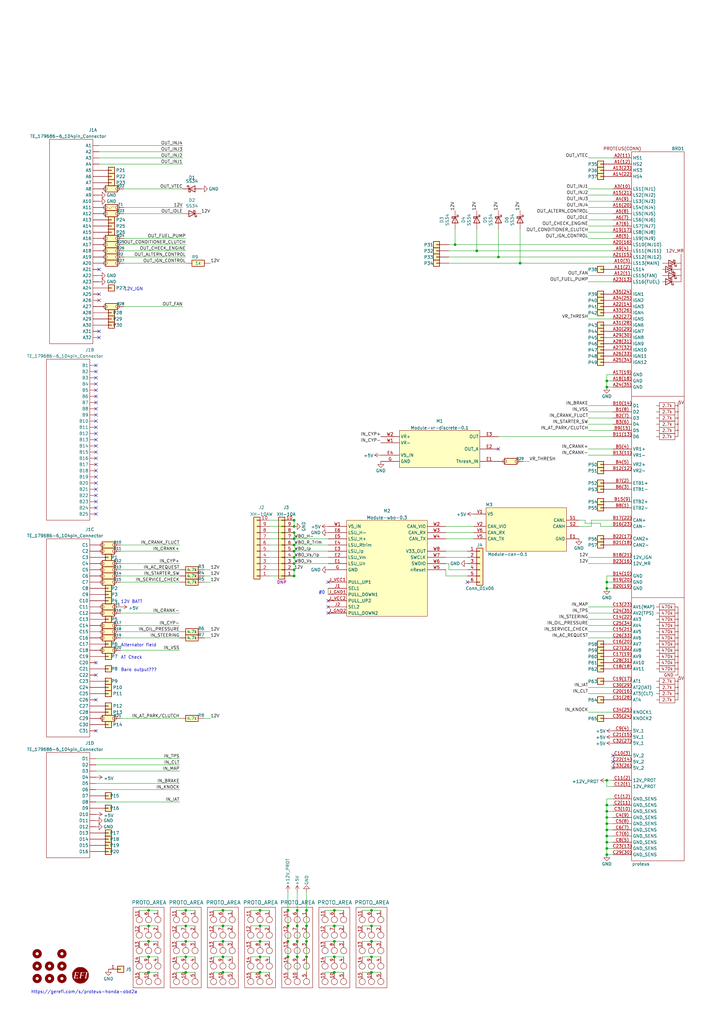
<source format=kicad_sch>
(kicad_sch (version 20210621) (generator eeschema)
  (paper "A3" portrait)
  (title_block (title "proteusOBD2Ahonda") (date "2021-11-05") (rev "a") (company "gerefi"))
  (junction (at 121.92 392.43))
  (junction (at 125.73 386.08))
  (junction (at 137.16 379.73))
  (junction (at 248.92 330.2))
  (junction (at 137.16 398.78))
  (junction (at 76.2 373.38))
  (junction (at 76.2 379.73))
  (junction (at 248.92 238.76))
  (junction (at 106.68 373.38))
  (junction (at 60.96 392.43))
  (junction (at 248.92 156.21))
  (junction (at 186.69 100.33))
  (junction (at 152.4 379.73))
  (junction (at 137.16 373.38))
  (junction (at 106.68 392.43))
  (junction (at 125.73 373.38))
  (junction (at 106.68 379.73))
  (junction (at 248.92 342.9))
  (junction (at 120.65 228.6))
  (junction (at 248.92 350.52))
  (junction (at 60.96 379.73))
  (junction (at 137.16 386.08))
  (junction (at 213.36 107.95))
  (junction (at 91.44 392.43))
  (junction (at 137.16 392.43))
  (junction (at 121.92 373.38))
  (junction (at 125.73 392.43))
  (junction (at 121.92 379.73))
  (junction (at 76.2 386.08))
  (junction (at 152.4 392.43))
  (junction (at 248.92 340.36))
  (junction (at 118.11 386.08))
  (junction (at 248.92 241.3))
  (junction (at 248.92 337.82))
  (junction (at 152.4 373.38))
  (junction (at 120.65 231.14))
  (junction (at 152.4 386.08))
  (junction (at 248.92 345.44))
  (junction (at 120.65 236.22))
  (junction (at 118.11 379.73))
  (junction (at 91.44 379.73))
  (junction (at 76.2 392.43))
  (junction (at 152.4 398.78))
  (junction (at 60.96 373.38))
  (junction (at 91.44 398.78))
  (junction (at 248.92 335.28))
  (junction (at 106.68 386.08))
  (junction (at 120.65 223.52))
  (junction (at 106.68 398.78))
  (junction (at 120.65 213.36))
  (junction (at 91.44 386.08))
  (junction (at 76.2 398.78))
  (junction (at 248.92 332.74))
  (junction (at 248.92 158.75))
  (junction (at 204.47 105.41))
  (junction (at 248.92 347.98))
  (junction (at 91.44 373.38))
  (junction (at 120.65 220.98))
  (junction (at 60.96 398.78))
  (junction (at 248.92 320.04))
  (junction (at 121.92 386.08))
  (junction (at 118.11 392.43))
  (junction (at 118.11 373.38))
  (junction (at 120.65 233.68))
  (junction (at 195.58 102.87))
  (junction (at 60.96 386.08))
  (junction (at 125.73 379.73))
  (junction (at 120.65 215.9))
  (junction (at 120.65 218.44))
  (junction (at 120.65 226.06))
  (no_connect (at 40.64 110.49))
  (no_connect (at 39.37 276.86))
  (no_connect (at 134.62 248.92))
  (no_connect (at 39.37 205.74))
  (no_connect (at 39.37 208.28))
  (no_connect (at 39.37 210.82))
  (no_connect (at 39.37 198.12))
  (no_connect (at 39.37 200.66))
  (no_connect (at 39.37 203.2))
  (no_connect (at 40.64 135.89))
  (no_connect (at 40.64 138.43))
  (no_connect (at 40.64 123.19))
  (no_connect (at 40.64 120.65))
  (no_connect (at 39.37 271.78))
  (no_connect (at 39.37 287.02))
  (no_connect (at 134.62 251.46))
  (no_connect (at 251.46 309.88))
  (no_connect (at 251.46 312.42))
  (no_connect (at 251.46 314.96))
  (no_connect (at 204.47 184.15))
  (no_connect (at 134.62 238.76))
  (no_connect (at 39.37 162.56))
  (no_connect (at 39.37 165.1))
  (no_connect (at 39.37 167.64))
  (no_connect (at 39.37 170.18))
  (no_connect (at 39.37 172.72))
  (no_connect (at 39.37 175.26))
  (no_connect (at 39.37 177.8))
  (no_connect (at 39.37 180.34))
  (no_connect (at 39.37 182.88))
  (no_connect (at 39.37 185.42))
  (no_connect (at 39.37 149.86))
  (no_connect (at 39.37 152.4))
  (no_connect (at 39.37 154.94))
  (no_connect (at 39.37 157.48))
  (no_connect (at 39.37 160.02))
  (no_connect (at 39.37 187.96))
  (no_connect (at 39.37 190.5))
  (no_connect (at 39.37 193.04))
  (no_connect (at 39.37 195.58))
  (no_connect (at 134.62 246.38))
  (no_connect (at 39.37 299.72))
  (no_connect (at 191.77 238.76))
  (wire (pts (xy 40.64 67.31) (xy 74.93 67.31)))
  (wire (pts (xy 50.8 97.79) (xy 76.2 97.79)))
  (wire (pts (xy 49.53 236.22) (xy 73.66 236.22)))
  (wire (pts (xy 186.69 100.33) (xy 251.46 100.33)))
  (wire (pts (xy 184.15 100.33) (xy 186.69 100.33)))
  (wire (pts (xy 182.88 226.06) (xy 191.77 226.06)))
  (wire (pts (xy 137.16 398.78) (xy 140.97 398.78)))
  (wire (pts (xy 60.96 379.73) (xy 64.77 379.73)))
  (wire (pts (xy 241.3 231.14) (xy 251.46 231.14)))
  (wire (pts (xy 49.53 226.06) (xy 73.66 226.06)))
  (wire (pts (xy 102.87 398.78) (xy 106.68 398.78)))
  (wire (pts (xy 120.65 223.52) (xy 134.62 223.52)))
  (wire (pts (xy 50.8 87.63) (xy 74.93 87.63)))
  (wire (pts (xy 182.88 218.44) (xy 194.31 218.44)))
  (wire (pts (xy 213.36 93.98) (xy 213.36 107.95)))
  (wire (pts (xy 125.73 392.43) (xy 125.73 398.78)))
  (wire (pts (xy 152.4 398.78) (xy 156.21 398.78)))
  (wire (pts (xy 106.68 379.73) (xy 110.49 379.73)))
  (wire (pts (xy 248.92 156.21) (xy 251.46 156.21)))
  (wire (pts (xy 241.3 284.48) (xy 251.46 284.48)))
  (wire (pts (xy 86.36 233.68) (xy 83.82 233.68)))
  (wire (pts (xy 248.92 236.22) (xy 248.92 238.76)))
  (wire (pts (xy 248.92 238.76) (xy 248.92 241.3)))
  (wire (pts (xy 120.65 213.36) (xy 120.65 215.9)))
  (wire (pts (xy 248.92 340.36) (xy 251.46 340.36)))
  (wire (pts (xy 125.73 379.73) (xy 125.73 386.08)))
  (wire (pts (xy 40.64 64.77) (xy 74.93 64.77)))
  (wire (pts (xy 133.35 386.08) (xy 137.16 386.08)))
  (wire (pts (xy 50.8 102.87) (xy 76.2 102.87)))
  (wire (pts (xy 76.2 398.78) (xy 80.01 398.78)))
  (wire (pts (xy 242.57 215.9) (xy 242.57 213.36)))
  (wire (pts (xy 242.57 213.36) (xy 251.46 213.36)))
  (wire (pts (xy 237.49 215.9) (xy 242.57 215.9)))
  (wire (pts (xy 50.8 105.41) (xy 76.2 105.41)))
  (wire (pts (xy 240.03 214.63) (xy 246.38 214.63)))
  (wire (pts (xy 246.38 214.63) (xy 246.38 215.9)))
  (wire (pts (xy 246.38 215.9) (xy 251.46 215.9)))
  (wire (pts (xy 237.49 213.36) (xy 240.03 213.36)))
  (wire (pts (xy 240.03 213.36) (xy 240.03 214.63)))
  (wire (pts (xy 152.4 386.08) (xy 156.21 386.08)))
  (wire (pts (xy 102.87 386.08) (xy 106.68 386.08)))
  (wire (pts (xy 49.53 294.64) (xy 73.66 294.64)))
  (wire (pts (xy 91.44 386.08) (xy 95.25 386.08)))
  (wire (pts (xy 182.88 215.9) (xy 194.31 215.9)))
  (wire (pts (xy 248.92 153.67) (xy 248.92 156.21)))
  (wire (pts (xy 248.92 156.21) (xy 248.92 158.75)))
  (wire (pts (xy 204.47 179.07) (xy 251.46 179.07)))
  (wire (pts (xy 152.4 379.73) (xy 156.21 379.73)))
  (wire (pts (xy 86.36 238.76) (xy 83.82 238.76)))
  (wire (pts (xy 241.3 281.94) (xy 251.46 281.94)))
  (wire (pts (xy 248.92 332.74) (xy 251.46 332.74)))
  (wire (pts (xy 248.92 320.04) (xy 251.46 320.04)))
  (wire (pts (xy 49.53 266.7) (xy 73.66 266.7)))
  (wire (pts (xy 86.36 261.62) (xy 83.82 261.62)))
  (wire (pts (xy 57.15 379.73) (xy 60.96 379.73)))
  (wire (pts (xy 182.88 231.14) (xy 184.15 231.14)))
  (wire (pts (xy 86.36 236.22) (xy 83.82 236.22)))
  (wire (pts (xy 248.92 342.9) (xy 251.46 342.9)))
  (wire (pts (xy 241.3 168.91) (xy 251.46 168.91)))
  (wire (pts (xy 121.92 386.08) (xy 121.92 392.43)))
  (wire (pts (xy 241.3 166.37) (xy 251.46 166.37)))
  (wire (pts (xy 248.92 158.75) (xy 251.46 158.75)))
  (wire (pts (xy 72.39 379.73) (xy 76.2 379.73)))
  (wire (pts (xy 110.49 220.98) (xy 120.65 220.98)))
  (wire (pts (xy 60.96 386.08) (xy 64.77 386.08)))
  (wire (pts (xy 137.16 373.38) (xy 140.97 373.38)))
  (wire (pts (xy 120.65 233.68) (xy 120.65 236.22)))
  (wire (pts (xy 204.47 93.98) (xy 204.47 105.41)))
  (wire (pts (xy 248.92 322.58) (xy 251.46 322.58)))
  (wire (pts (xy 248.92 345.44) (xy 251.46 345.44)))
  (wire (pts (xy 120.65 218.44) (xy 120.65 220.98)))
  (wire (pts (xy 148.59 392.43) (xy 152.4 392.43)))
  (wire (pts (xy 118.11 392.43) (xy 118.11 398.78)))
  (wire (pts (xy 120.65 220.98) (xy 134.62 220.98)))
  (wire (pts (xy 87.63 392.43) (xy 91.44 392.43)))
  (wire (pts (xy 110.49 215.9) (xy 120.65 215.9)))
  (wire (pts (xy 241.3 115.57) (xy 251.46 115.57)))
  (wire (pts (xy 248.92 236.22) (xy 251.46 236.22)))
  (wire (pts (xy 133.35 398.78) (xy 137.16 398.78)))
  (wire (pts (xy 248.92 238.76) (xy 251.46 238.76)))
  (wire (pts (xy 120.65 226.06) (xy 134.62 226.06)))
  (wire (pts (xy 241.3 256.54) (xy 251.46 256.54)))
  (wire (pts (xy 50.8 107.95) (xy 76.2 107.95)))
  (wire (pts (xy 241.3 90.17) (xy 251.46 90.17)))
  (wire (pts (xy 204.47 105.41) (xy 251.46 105.41)))
  (wire (pts (xy 184.15 105.41) (xy 204.47 105.41)))
  (wire (pts (xy 91.44 373.38) (xy 95.25 373.38)))
  (wire (pts (xy 241.3 261.62) (xy 251.46 261.62)))
  (wire (pts (xy 214.63 189.23) (xy 217.17 189.23)))
  (wire (pts (xy 50.8 85.09) (xy 74.93 85.09)))
  (wire (pts (xy 110.49 233.68) (xy 120.65 233.68)))
  (wire (pts (xy 39.37 321.31) (xy 73.66 321.31)))
  (wire (pts (xy 184.15 231.14) (xy 184.15 233.68)))
  (wire (pts (xy 106.68 386.08) (xy 110.49 386.08)))
  (wire (pts (xy 213.36 107.95) (xy 251.46 107.95)))
  (wire (pts (xy 184.15 107.95) (xy 213.36 107.95)))
  (wire (pts (xy 121.92 379.73) (xy 121.92 386.08)))
  (wire (pts (xy 248.92 327.66) (xy 251.46 327.66)))
  (wire (pts (xy 121.92 365.76) (xy 121.92 373.38)))
  (wire (pts (xy 125.73 386.08) (xy 125.73 392.43)))
  (wire (pts (xy 241.3 228.6) (xy 251.46 228.6)))
  (wire (pts (xy 241.3 171.45) (xy 251.46 171.45)))
  (wire (pts (xy 241.3 248.92) (xy 251.46 248.92)))
  (wire (pts (xy 106.68 373.38) (xy 110.49 373.38)))
  (wire (pts (xy 72.39 392.43) (xy 76.2 392.43)))
  (wire (pts (xy 49.53 233.68) (xy 73.66 233.68)))
  (wire (pts (xy 137.16 386.08) (xy 140.97 386.08)))
  (wire (pts (xy 49.53 256.54) (xy 73.66 256.54)))
  (wire (pts (xy 39.37 313.69) (xy 73.66 313.69)))
  (wire (pts (xy 182.88 236.22) (xy 191.77 236.22)))
  (wire (pts (xy 57.15 392.43) (xy 60.96 392.43)))
  (wire (pts (xy 241.3 85.09) (xy 251.46 85.09)))
  (wire (pts (xy 125.73 373.38) (xy 125.73 379.73)))
  (wire (pts (xy 87.63 379.73) (xy 91.44 379.73)))
  (wire (pts (xy 50.8 125.73) (xy 74.93 125.73)))
  (wire (pts (xy 134.62 241.3) (xy 134.62 243.84)))
  (wire (pts (xy 110.49 231.14) (xy 120.65 231.14)))
  (wire (pts (xy 118.11 379.73) (xy 118.11 386.08)))
  (wire (pts (xy 148.59 386.08) (xy 152.4 386.08)))
  (wire (pts (xy 248.92 153.67) (xy 251.46 153.67)))
  (wire (pts (xy 241.3 97.79) (xy 251.46 97.79)))
  (wire (pts (xy 102.87 373.38) (xy 106.68 373.38)))
  (wire (pts (xy 39.37 328.93) (xy 73.66 328.93)))
  (wire (pts (xy 49.53 261.62) (xy 73.66 261.62)))
  (wire (pts (xy 76.2 386.08) (xy 80.01 386.08)))
  (wire (pts (xy 60.96 373.38) (xy 64.77 373.38)))
  (wire (pts (xy 241.3 186.69) (xy 251.46 186.69)))
  (wire (pts (xy 148.59 379.73) (xy 152.4 379.73)))
  (wire (pts (xy 86.36 259.08) (xy 83.82 259.08)))
  (wire (pts (xy 118.11 373.38) (xy 118.11 379.73)))
  (wire (pts (xy 241.3 259.08) (xy 251.46 259.08)))
  (wire (pts (xy 39.37 311.15) (xy 73.66 311.15)))
  (wire (pts (xy 87.63 373.38) (xy 91.44 373.38)))
  (wire (pts (xy 125.73 365.76) (xy 125.73 373.38)))
  (wire (pts (xy 248.92 330.2) (xy 251.46 330.2)))
  (wire (pts (xy 241.3 251.46) (xy 251.46 251.46)))
  (wire (pts (xy 49.53 259.08) (xy 73.66 259.08)))
  (wire (pts (xy 241.3 254) (xy 251.46 254)))
  (wire (pts (xy 110.49 236.22) (xy 120.65 236.22)))
  (wire (pts (xy 76.2 379.73) (xy 80.01 379.73)))
  (wire (pts (xy 76.2 373.38) (xy 80.01 373.38)))
  (wire (pts (xy 248.92 320.04) (xy 248.92 322.58)))
  (wire (pts (xy 195.58 93.98) (xy 195.58 102.87)))
  (wire (pts (xy 241.3 92.71) (xy 251.46 92.71)))
  (wire (pts (xy 137.16 379.73) (xy 140.97 379.73)))
  (wire (pts (xy 133.35 373.38) (xy 137.16 373.38)))
  (wire (pts (xy 182.88 233.68) (xy 182.88 236.22)))
  (wire (pts (xy 248.92 350.52) (xy 251.46 350.52)))
  (wire (pts (xy 241.3 82.55) (xy 251.46 82.55)))
  (wire (pts (xy 110.49 228.6) (xy 120.65 228.6)))
  (wire (pts (xy 40.64 62.23) (xy 74.93 62.23)))
  (wire (pts (xy 195.58 102.87) (xy 251.46 102.87)))
  (wire (pts (xy 184.15 102.87) (xy 195.58 102.87)))
  (wire (pts (xy 120.65 231.14) (xy 134.62 231.14)))
  (wire (pts (xy 241.3 113.03) (xy 251.46 113.03)))
  (wire (pts (xy 57.15 398.78) (xy 60.96 398.78)))
  (wire (pts (xy 152.4 373.38) (xy 156.21 373.38)))
  (wire (pts (xy 57.15 386.08) (xy 60.96 386.08)))
  (wire (pts (xy 182.88 220.98) (xy 194.31 220.98)))
  (wire (pts (xy 60.96 398.78) (xy 64.77 398.78)))
  (wire (pts (xy 76.2 392.43) (xy 80.01 392.43)))
  (wire (pts (xy 148.59 373.38) (xy 152.4 373.38)))
  (wire (pts (xy 102.87 392.43) (xy 106.68 392.43)))
  (wire (pts (xy 39.37 323.85) (xy 73.66 323.85)))
  (wire (pts (xy 110.49 213.36) (xy 120.65 213.36)))
  (wire (pts (xy 49.53 251.46) (xy 73.66 251.46)))
  (wire (pts (xy 110.49 218.44) (xy 120.65 218.44)))
  (wire (pts (xy 49.53 231.14) (xy 73.66 231.14)))
  (wire (pts (xy 241.3 292.1) (xy 251.46 292.1)))
  (wire (pts (xy 241.3 77.47) (xy 251.46 77.47)))
  (wire (pts (xy 182.88 228.6) (xy 191.77 228.6)))
  (wire (pts (xy 86.36 294.64) (xy 83.82 294.64)))
  (wire (pts (xy 120.65 228.6) (xy 134.62 228.6)))
  (wire (pts (xy 72.39 386.08) (xy 76.2 386.08)))
  (wire (pts (xy 91.44 398.78) (xy 95.25 398.78)))
  (wire (pts (xy 241.3 176.53) (xy 251.46 176.53)))
  (wire (pts (xy 133.35 392.43) (xy 137.16 392.43)))
  (wire (pts (xy 110.49 223.52) (xy 120.65 223.52)))
  (wire (pts (xy 184.15 233.68) (xy 191.77 233.68)))
  (wire (pts (xy 57.15 373.38) (xy 60.96 373.38)))
  (wire (pts (xy 49.53 238.76) (xy 73.66 238.76)))
  (wire (pts (xy 106.68 392.43) (xy 110.49 392.43)))
  (wire (pts (xy 118.11 365.76) (xy 118.11 373.38)))
  (wire (pts (xy 87.63 398.78) (xy 91.44 398.78)))
  (wire (pts (xy 241.3 87.63) (xy 251.46 87.63)))
  (wire (pts (xy 121.92 373.38) (xy 121.92 379.73)))
  (wire (pts (xy 60.96 392.43) (xy 64.77 392.43)))
  (wire (pts (xy 186.69 93.98) (xy 186.69 100.33)))
  (wire (pts (xy 148.59 398.78) (xy 152.4 398.78)))
  (wire (pts (xy 152.4 392.43) (xy 156.21 392.43)))
  (wire (pts (xy 241.3 80.01) (xy 251.46 80.01)))
  (wire (pts (xy 241.3 95.25) (xy 251.46 95.25)))
  (wire (pts (xy 50.8 100.33) (xy 76.2 100.33)))
  (wire (pts (xy 248.92 332.74) (xy 248.92 335.28)))
  (wire (pts (xy 248.92 347.98) (xy 248.92 350.52)))
  (wire (pts (xy 248.92 340.36) (xy 248.92 342.9)))
  (wire (pts (xy 248.92 335.28) (xy 248.92 337.82)))
  (wire (pts (xy 248.92 337.82) (xy 248.92 340.36)))
  (wire (pts (xy 248.92 342.9) (xy 248.92 345.44)))
  (wire (pts (xy 248.92 345.44) (xy 248.92 347.98)))
  (wire (pts (xy 248.92 327.66) (xy 248.92 330.2)))
  (wire (pts (xy 248.92 330.2) (xy 248.92 332.74)))
  (wire (pts (xy 50.8 77.47) (xy 74.93 77.47)))
  (wire (pts (xy 106.68 398.78) (xy 110.49 398.78)))
  (wire (pts (xy 72.39 373.38) (xy 76.2 373.38)))
  (wire (pts (xy 102.87 379.73) (xy 106.68 379.73)))
  (wire (pts (xy 121.92 392.43) (xy 121.92 398.78)))
  (wire (pts (xy 91.44 392.43) (xy 95.25 392.43)))
  (wire (pts (xy 39.37 316.23) (xy 73.66 316.23)))
  (wire (pts (xy 118.11 386.08) (xy 118.11 392.43)))
  (wire (pts (xy 248.92 241.3) (xy 251.46 241.3)))
  (wire (pts (xy 241.3 184.15) (xy 251.46 184.15)))
  (wire (pts (xy 248.92 337.82) (xy 251.46 337.82)))
  (wire (pts (xy 49.53 223.52) (xy 73.66 223.52)))
  (wire (pts (xy 87.63 386.08) (xy 91.44 386.08)))
  (wire (pts (xy 241.3 130.81) (xy 251.46 130.81)))
  (wire (pts (xy 241.3 64.77) (xy 251.46 64.77)))
  (wire (pts (xy 72.39 398.78) (xy 76.2 398.78)))
  (wire (pts (xy 91.44 379.73) (xy 95.25 379.73)))
  (wire (pts (xy 248.92 335.28) (xy 251.46 335.28)))
  (wire (pts (xy 137.16 392.43) (xy 140.97 392.43)))
  (wire (pts (xy 133.35 379.73) (xy 137.16 379.73)))
  (wire (pts (xy 110.49 226.06) (xy 120.65 226.06)))
  (wire (pts (xy 241.3 173.99) (xy 251.46 173.99)))
  (wire (pts (xy 248.92 347.98) (xy 251.46 347.98)))
  (wire (pts (xy 40.64 59.69) (xy 74.93 59.69)))
  (text "Alternator field" (at 49.53 265.43 0) (effects (font (size 1.27 1.27)) (justify left bottom)))
  (text "Baro output???" (at 49.53 275.59 0) (effects (font (size 1.27 1.27)) (justify left bottom)))
  (text "12V_IGN" (at 50.8 119.38 0) (effects (font (size 1.27 1.27)) (justify left bottom)))
  (text "https://gerefi.com/s/proteus-honda-obd2a" (at 12.7 407.67 0) (effects (font (size 1.27 1.27)) (justify left bottom)))
  (text "12V BATT" (at 49.53 247.65 0) (effects (font (size 1.27 1.27)) (justify left bottom)))
  (text "#0" (at 133.35 243.84 180) (effects (font (size 1.27 1.27)) (justify right bottom)))
  (text "AT Check" (at 49.53 270.51 0) (effects (font (size 1.27 1.27)) (justify left bottom)))
  (label "12V" (at 86.36 259.08 0))
  (label "IN_IAT" (at 241.3 281.94 180))
  (label "12V" (at 86.36 233.68 0))
  (label "IN_CRANK+" (at 73.66 226.06 180))
  (label "IN_STARTER_SW" (at 73.66 236.22 180))
  (label "IN_CLT" (at 241.3 284.48 180))
  (label "WBO_Ip" (at 120.65 226.06 0))
  (label "IN_CYP-" (at 156.21 181.61 180))
  (label "12V" (at 74.93 85.09 180))
  (label "12V" (at 86.36 238.76 0))
  (label "12V" (at 186.69 86.36 90))
  (label "12V" (at 86.36 107.95 0))
  (label "12V" (at 82.55 87.63 0))
  (label "IN_AT_PARK{slash}CLUTCH" (at 241.3 176.53 180))
  (label "IN_CRANK_FLUCT" (at 241.3 171.45 180))
  (label "12V" (at 86.36 294.64 0))
  (label "IN_CRANK-" (at 73.66 251.46 180))
  (label "OUT_IGN_CONTROL" (at 241.3 97.79 180))
  (label "IN_IAT" (at 73.66 328.93 180))
  (label "OUT_INJ1" (at 241.3 77.47 180))
  (label "IN_KNOCK" (at 241.3 292.1 180))
  (label "12V" (at 86.36 236.22 0))
  (label "WBO_H-" (at 120.65 220.98 0))
  (label "12V" (at 195.58 86.36 90))
  (label "IN_AC_REQUEST" (at 73.66 233.68 180))
  (label "IN_CLT" (at 73.66 313.69 180))
  (label "OUT_FUEL_PUMP" (at 241.3 115.57 180))
  (label "IN_STEERING" (at 241.3 254 180))
  (label "12V" (at 120.65 233.68 0))
  (label "OUT_INJ2" (at 74.93 64.77 180))
  (label "OUT_CHECK_ENGINE" (at 76.2 102.87 180))
  (label "VR_THRESH" (at 217.17 189.23 0))
  (label "OUT_FAN" (at 74.93 125.73 180))
  (label "OUT_CONDITIONER_CLUTCH" (at 241.3 95.25 180))
  (label "IN_MAP" (at 241.3 248.92 180))
  (label "IN_VSS" (at 241.3 168.91 180))
  (label "OUT_INJ3" (at 241.3 82.55 180))
  (label "OUT_FUEL_PUMP" (at 76.2 97.79 180))
  (label "OUT_CHECK_ENGINE" (at 241.3 92.71 180))
  (label "IN_AC_REQUEST" (at 241.3 261.62 180))
  (label "OUT_FAN" (at 241.3 113.03 180))
  (label "IN_CYP+" (at 156.21 179.07 180))
  (label "IN_CRANK_FLUCT" (at 73.66 223.52 180))
  (label "WBO_Vs" (at 120.65 231.14 0))
  (label "IN_TPS" (at 73.66 311.15 180))
  (label "IN_CYP-" (at 73.66 256.54 180))
  (label "WBO_Vs{slash}Ip" (at 120.65 228.6 0))
  (label "IN_CRANK-" (at 241.3 186.69 180))
  (label "OUT_INJ4" (at 241.3 85.09 180))
  (label "IN_AT_PARK{slash}CLUTCH" (at 73.66 294.64 180))
  (label "IN_SERVICE_CHECK" (at 73.66 238.76 180))
  (label "OUT_ALTERN_CONTROL" (at 241.3 87.63 180))
  (label "12V" (at 204.47 86.36 90))
  (label "OUT_ALTERN_CONTROL" (at 76.2 105.41 180))
  (label "IN_SERVICE_CHECK" (at 241.3 259.08 180))
  (label "OUT_INJ2" (at 241.3 80.01 180))
  (label "12V" (at 241.3 228.6 180))
  (label "12V" (at 241.3 231.14 180))
  (label "IN_MAP" (at 73.66 316.23 180))
  (label "IN_OIL_PRESSURE" (at 241.3 256.54 180))
  (label "OUT_IGN_CONTROL" (at 76.2 107.95 180))
  (label "IN_STEERING" (at 73.66 261.62 180))
  (label "IN_TPS" (at 241.3 251.46 180))
  (label "OUT_CONDITIONER_CLUTCH" (at 76.2 100.33 180))
  (label "12V" (at 86.36 261.62 0))
  (label "OUT_VTEC" (at 241.3 64.77 180))
  (label "12V" (at 213.36 86.36 90))
  (label "IN_OIL_PRESSURE" (at 73.66 259.08 180))
  (label "VR_THRESH" (at 241.3 130.81 180))
  (label "OUT_IDLE" (at 74.93 87.63 180))
  (label "IN_KNOCK" (at 73.66 323.85 180))
  (label "IN_CRANK+" (at 241.3 184.15 180))
  (label "OUT_INJ3" (at 74.93 62.23 180))
  (label "WBO_R_Trim" (at 120.65 223.52 0))
  (label "IN_CYP+" (at 73.66 231.14 180))
  (label "IN_BRAKE" (at 241.3 166.37 180))
  (label "IN_BRAKE" (at 73.66 321.31 180))
  (label "OUT_IDLE" (at 241.3 90.17 180))
  (label "IN_VSS" (at 73.66 266.7 180))
  (label "OUT_INJ4" (at 74.93 59.69 180))
  (label "OUT_INJ1" (at 74.93 67.31 180))
  (label "OUT_VTEC" (at 74.93 77.47 180))
  (label "IN_STARTER_SW" (at 241.3 173.99 180))
  (symbol (lib_id "hellen-one-common:Pad") (at 246.38 271.78 180) (unit 1)
    (property "Reference" "P61" (at 243.1415 271.8584 0))
    (property "Value" "Pad" (effects hide))
    (property "Footprint" "hellen-one-common:PAD-TH" (effects hide))
  )
  (symbol (lib_id "proteus:proteus") (at 259.08 62.23 0) (unit 1)
    (property "Reference" "BRD1" (at 278.13 60.96 0))
    (property "Value" "proteus" (at 262.89 354.33 0))
    (property "Footprint" "kicad6-libraries:proteus" (effects hide))
  )
  (symbol (lib_id "hellen-one-common:PROTO_AREA") (at 110.49 372.11 270) (unit 1)
    (property "Reference" "G5" (effects hide))
    (property "Value" "PROTO_AREA" (at 99.6855 370.1463 90) (effects (font (size 1.524 1.524)) (justify left)))
    (property "Footprint" "hellen-one-common:PROTO_AREA" (effects hide))
  )
  (symbol (lib_id "hellen-one-common:Jumper-Pad-Pad") (at 45.72 125.73 0) (unit 1)
    (property "Reference" "R28" (at 49.53 124.5989 0) (effects (font (size 1.016 1.016))))
    (property "Value" "Jumper-Pad-Pad" (effects hide))
    (property "Footprint" "hellen-one-common:PAD-0805-PAD" (effects hide))
    (property "LCSC" "C17477" (effects hide))
  )
  (symbol (lib_id "Device:D_Schottky") (at 204.47 90.17 270) (unit 1)
    (property "Reference" "D5" (at 198.9836 90.17 0))
    (property "Value" "SS34" (at 201.295 90.17 0))
    (property "Footprint" "Diode_SMD:D_SMA" (effects hide))
    (property "LCSC" "C8678" (effects hide))
    (property "LCSC_ext" "0" (effects hide))
  )
  (symbol (lib_id "hellen-one-common:Pad") (at 246.38 135.89 180) (unit 1)
    (property "Reference" "P44" (at 243.1415 135.9684 0))
    (property "Value" "Pad" (effects hide))
    (property "Footprint" "hellen-one-common:PAD-TH" (effects hide))
  )
  (symbol (lib_id "hellen-one-common:Pad") (at 44.45 228.6 0) (unit 1)
    (property "Reference" "P1" (at 46.99 228.6 0))
    (property "Value" "Pad" (effects hide))
    (property "Footprint" "hellen-one-common:PAD-TH" (effects hide))
  )
  (symbol (lib_id "Mechanical:MountingHole") (at 20.32 401.32 0) (unit 1)
    (property "Reference" "H5" (effects hide))
    (property "Value" "MountingHole" (effects hide))
    (property "Footprint" "MountingHole:MountingHole_4.3mm_M4" (effects hide))
  )
  (symbol (lib_id "hellen-one-common:Pad") (at 44.45 344.17 0) (unit 1)
    (property "Reference" "P18" (at 46.99 344.17 0))
    (property "Value" "Pad" (effects hide))
    (property "Footprint" "hellen-one-common:PAD-TH" (effects hide))
  )
  (symbol (lib_id "Connector_Generic:Conn_01x10") (at 115.57 226.06 180) (unit 1) (in_bom no) (on_board no)
    (property "Reference" "J3" (at 117.4115 208.1234 0))
    (property "Value" "XH-10A" (at 117.4115 210.8985 0))
    (property "Footprint" "Connector_JST:JST_XH_B10B-XH-A_1x10_P2.50mm_Vertical" (effects hide))
    (property "LCSC" "C8885" (effects hide))
    (property "MyComment" "DNP" (at 115.57 238.76 0))
  )
  (symbol (lib_id "hellen-one-common:PROTO_AREA") (at 140.97 372.11 270) (unit 1)
    (property "Reference" "G7" (effects hide))
    (property "Value" "PROTO_AREA" (at 130.1655 370.1463 90) (effects (font (size 1.524 1.524)) (justify left)))
    (property "Footprint" "hellen-one-common:PROTO_AREA" (effects hide))
  )
  (symbol (lib_id "TE_179686-6_104pin_Connector:TE_179686-6_104pin_Connector") (at 38.1 57.15 0) (mirror y) (unit 1)
    (property "Reference" "J1" (at 38.1 53.34 0))
    (property "Value" "TE_179686-6_104pin_Connector" (at 27.94 55.88 0))
    (property "Footprint" "kicad6-libraries:TE_179686-6_104pin_Connector" (effects hide))
  )
  (symbol (lib_id "power:+5V") (at 251.46 302.26 90) (unit 1)
    (property "Reference" "#PWR0107" (effects hide))
    (property "Value" "+5V" (at 244.3711 302.429 90) (effects (justify right)))
  )
  (symbol (lib_id "hellen-one-common:Jumper-Pad-Pad") (at 44.45 251.46 0) (unit 1)
    (property "Reference" "R16" (at 48.26 250.3289 0) (effects (font (size 1.016 1.016))))
    (property "Value" "Jumper-Pad-Pad" (effects hide))
    (property "Footprint" "hellen-one-common:PAD-0805-PAD" (effects hide))
    (property "LCSC" "C17477" (effects hide))
  )
  (symbol (lib_id "hellen-one-common:Pad") (at 45.72 72.39 0) (unit 1)
    (property "Reference" "P22" (at 49.53 72.39 0))
    (property "Value" "Pad" (effects hide))
    (property "Footprint" "hellen-one-common:PAD-TH" (effects hide))
  )
  (symbol (lib_id "hellen-one-common:Pad") (at 246.38 193.04 180) (unit 1)
    (property "Reference" "P51" (at 243.1415 193.1184 0))
    (property "Value" "Pad" (effects hide))
    (property "Footprint" "hellen-one-common:PAD-TH" (effects hide))
  )
  (symbol (lib_id "Connector_Generic:Conn_01x10") (at 105.41 226.06 180) (unit 1)
    (property "Reference" "J2" (at 107.2515 208.1234 0))
    (property "Value" "XH-10AW" (at 107.2515 210.8985 0))
    (property "Footprint" "Connector_JST:JST_XH_S10B-XH-A_1x10_P2.50mm_Horizontal" (effects hide))
    (property "LCSC" "C14652" (effects hide))
  )
  (symbol (lib_id "hellen-one-common:Pad") (at 246.38 143.51 180) (unit 1)
    (property "Reference" "P47" (at 243.1415 143.5884 0))
    (property "Value" "Pad" (effects hide))
    (property "Footprint" "hellen-one-common:PAD-TH" (effects hide))
  )
  (symbol (lib_id "hellen-one-common:Jumper-Pad-Pad") (at 44.45 259.08 0) (unit 1)
    (property "Reference" "R18" (at 48.26 257.9489 0) (effects (font (size 1.016 1.016))))
    (property "Value" "Jumper-Pad-Pad" (effects hide))
    (property "Footprint" "hellen-one-common:PAD-0805-PAD" (effects hide))
    (property "LCSC" "C17477" (effects hide))
  )
  (symbol (lib_id "hellen-one-common:Pad") (at 44.45 243.84 0) (unit 1)
    (property "Reference" "P3" (at 46.99 243.84 0))
    (property "Value" "Pad" (effects hide))
    (property "Footprint" "hellen-one-common:PAD-TH" (effects hide))
  )
  (symbol (lib_id "Device:D_Schottky") (at 78.74 77.47 0) (unit 1)
    (property "Reference" "D1" (at 78.74 72.7964 0))
    (property "Value" "SS34" (at 78.74 74.295 0))
    (property "Footprint" "Diode_SMD:D_SMA" (effects hide))
    (property "LCSC" "C8678" (effects hide))
    (property "LCSC_ext" "0" (effects hide))
  )
  (symbol (lib_id "hellen-one-common:Jumper-Pad-Pad") (at 45.72 100.33 0) (unit 1)
    (property "Reference" "R25" (at 49.53 99.1989 0) (effects (font (size 1.016 1.016))))
    (property "Value" "Jumper-Pad-Pad" (effects hide))
    (property "Footprint" "hellen-one-common:PAD-0805-PAD" (effects hide))
    (property "LCSC" "C17477" (effects hide))
  )
  (symbol (lib_id "hellen-one-common:Pad") (at 45.72 128.27 0) (unit 1)
    (property "Reference" "P28" (at 48.26 128.27 0))
    (property "Value" "Pad" (effects hide))
    (property "Footprint" "hellen-one-common:PAD-TH" (effects hide))
  )
  (symbol (lib_id "hellen-one-common:Pad") (at 246.38 146.05 180) (unit 1)
    (property "Reference" "P48" (at 243.1415 146.1284 0))
    (property "Value" "Pad" (effects hide))
    (property "Footprint" "hellen-one-common:PAD-TH" (effects hide))
  )
  (symbol (lib_id "power:GND") (at 120.65 215.9 90) (mirror x) (unit 1)
    (property "Reference" "#PWR0101" (effects hide))
    (property "Value" "GND" (at 124.5934 215.9508 0))
  )
  (symbol (lib_id "hellen-one-common:Pad") (at 44.45 349.25 0) (unit 1)
    (property "Reference" "P20" (at 46.99 349.25 0))
    (property "Value" "Pad" (effects hide))
    (property "Footprint" "hellen-one-common:PAD-TH" (effects hide))
  )
  (symbol (lib_id "hellen-one-common:Pad") (at 44.45 241.3 0) (unit 1)
    (property "Reference" "P2" (at 46.99 241.3 0))
    (property "Value" "Pad" (effects hide))
    (property "Footprint" "hellen-one-common:PAD-TH" (effects hide))
  )
  (symbol (lib_id "Connector_Generic:Conn_01x06") (at 196.85 231.14 0) (unit 1)
    (property "Reference" "J4" (at 196.85 223.52 0))
    (property "Value" "Conn_01x06" (at 196.85 241.3 0))
    (property "Footprint" "Connector_PinHeader_2.54mm:PinHeader_1x06_P2.54mm_Vertical" (effects hide))
  )
  (symbol (lib_id "hellen-one-common:PROTO_AREA") (at 125.73 372.11 270) (unit 1)
    (property "Reference" "G6" (effects hide))
    (property "Value" "PROTO_AREA" (at 114.9255 370.1463 90) (effects (font (size 1.524 1.524)) (justify left)))
    (property "Footprint" "hellen-one-common:PROTO_AREA" (effects hide))
  )
  (symbol (lib_id "hellen-one-wbo-0.3:Module-wbo-0.3") (at 175.26 213.36 0) (mirror y) (unit 1)
    (property "Reference" "M2" (at 158.75 209.5204 0))
    (property "Value" "Module-wbo-0.3" (at 158.75 212.2955 0))
    (property "Footprint" "hellen-one-wbo-0.3:wbo" (effects hide))
  )
  (symbol (lib_id "hellen-one-common:Res") (at 73.66 259.08 0) (mirror x) (unit 1)
    (property "Reference" "R6" (at 82.55 257.81 0))
    (property "Value" "4.7k" (at 78.74 259.08 0))
    (property "Footprint" "hellen-one-common:R0603" (effects hide))
    (property "LCSC" "C23162" (effects hide))
  )
  (symbol (lib_id "power:+5V") (at 39.37 334.01 270) (unit 1)
    (property "Reference" "#PWR0110" (effects hide))
    (property "Value" "+5V" (at 42.5451 334.489 90) (effects (justify left)))
  )
  (symbol (lib_id "power:+5V") (at 39.37 318.77 270) (unit 1)
    (property "Reference" "#PWR0113" (effects hide))
    (property "Value" "+5V" (at 42.5451 319.249 90) (effects (justify left)))
  )
  (symbol (lib_id "Mechanical:MountingHole") (at 25.4 396.24 0) (unit 1)
    (property "Reference" "H7" (effects hide))
    (property "Value" "MountingHole" (effects hide))
    (property "Footprint" "MountingHole:MountingHole_4.3mm_M4" (effects hide))
  )
  (symbol (lib_id "hellen-one-common:Pad") (at 44.45 346.71 0) (unit 1)
    (property "Reference" "P19" (at 46.99 346.71 0))
    (property "Value" "Pad" (effects hide))
    (property "Footprint" "hellen-one-common:PAD-TH" (effects hide))
  )
  (symbol (lib_id "hellen-one-common:Pad") (at 246.38 294.64 180) (unit 1)
    (property "Reference" "P65" (at 243.1415 294.7184 0))
    (property "Value" "Pad" (effects hide))
    (property "Footprint" "hellen-one-common:PAD-TH" (effects hide))
  )
  (symbol (lib_id "power:GND") (at 237.49 220.98 0) (unit 1)
    (property "Reference" "#PWR0116" (effects hide))
    (property "Value" "GND" (at 237.49 224.79 0))
  )
  (symbol (lib_id "hellen-one-common:Pad") (at 44.45 292.1 0) (unit 1)
    (property "Reference" "P13" (at 48.26 292.1 0))
    (property "Value" "Pad" (effects hide))
    (property "Footprint" "hellen-one-common:PAD-TH" (effects hide))
  )
  (symbol (lib_id "hellen-one-common:+12V_PROT") (at 118.11 365.76 0) (unit 1)
    (property "Reference" "#PWR01" (effects hide))
    (property "Value" "+12V_PROT" (at 118.0278 363.0907 90) (effects (justify left)))
  )
  (symbol (lib_id "hellen-one-common:Res") (at 73.66 294.64 0) (mirror x) (unit 1)
    (property "Reference" "R8" (at 82.55 293.37 0))
    (property "Value" "4.7k" (at 78.74 294.64 0))
    (property "Footprint" "hellen-one-common:R0603" (effects hide))
    (property "LCSC" "C23162" (effects hide))
  )
  (symbol (lib_id "hellen-one-common:Pad") (at 246.38 200.66 180) (unit 1)
    (property "Reference" "P53" (at 243.1415 200.7384 0))
    (property "Value" "Pad" (effects hide))
    (property "Footprint" "hellen-one-common:PAD-TH" (effects hide))
  )
  (symbol (lib_id "hellen-one-common:Pad") (at 45.72 69.85 0) (unit 1)
    (property "Reference" "P21" (at 49.53 69.85 0))
    (property "Value" "Pad" (effects hide))
    (property "Footprint" "hellen-one-common:PAD-TH" (effects hide))
  )
  (symbol (lib_id "power:+5V") (at 251.46 299.72 90) (unit 1)
    (property "Reference" "#PWR0106" (effects hide))
    (property "Value" "+5V" (at 244.3711 299.889 90) (effects (justify right)))
  )
  (symbol (lib_id "hellen-one-common:+12V_PROT") (at 248.92 320.04 90) (unit 1)
    (property "Reference" "#PWR04" (effects hide))
    (property "Value" "+12V_PROT" (at 245.745 320.519 90) (effects (justify left)))
  )
  (symbol (lib_id "hellen-one-common:Jumper-Pad-Pad") (at 209.55 189.23 0) (unit 1)
    (property "Reference" "R29" (at 213.36 188.0989 0) (effects (font (size 1.016 1.016))))
    (property "Value" "Jumper-Pad-Pad" (effects hide))
    (property "Footprint" "hellen-one-common:PAD-0805-PAD" (effects hide))
    (property "LCSC" "C17477" (effects hide))
  )
  (symbol (lib_id "hellen-one-common:Pad") (at 45.72 130.81 0) (unit 1)
    (property "Reference" "P29" (at 48.26 130.81 0))
    (property "Value" "Pad" (effects hide))
    (property "Footprint" "hellen-one-common:PAD-TH" (effects hide))
  )
  (symbol (lib_id "hellen-one-common:Res") (at 73.66 236.22 0) (mirror x) (unit 1)
    (property "Reference" "R4" (at 82.55 234.95 0))
    (property "Value" "4.7k" (at 78.74 236.22 0))
    (property "Footprint" "hellen-one-common:R0603" (effects hide))
    (property "LCSC" "C23162" (effects hide))
  )
  (symbol (lib_id "hellen-one-common:Pad") (at 246.38 123.19 180) (unit 1)
    (property "Reference" "P40" (at 243.1415 123.2684 0))
    (property "Value" "Pad" (effects hide))
    (property "Footprint" "hellen-one-common:PAD-TH" (effects hide))
  )
  (symbol (lib_id "Device:D_Schottky") (at 195.58 90.17 270) (unit 1)
    (property "Reference" "D4" (at 190.0936 90.17 0))
    (property "Value" "SS34" (at 192.405 90.17 0))
    (property "Footprint" "Diode_SMD:D_SMA" (effects hide))
    (property "LCSC" "C8678" (effects hide))
    (property "LCSC_ext" "0" (effects hide))
  )
  (symbol (lib_id "power:GND") (at 44.45 397.51 0) (unit 1)
    (property "Reference" "#PWR05" (effects hide))
    (property "Value" "GND" (at 44.5008 401.4534 0))
  )
  (symbol (lib_id "power:GND") (at 40.64 82.55 90) (unit 1)
    (property "Reference" "#PWR0122" (effects hide))
    (property "Value" "GND" (at 45.72 82.55 90))
  )
  (symbol (lib_id "hellen-one-common:Pad") (at 246.38 125.73 180) (unit 1)
    (property "Reference" "P41" (at 243.1415 125.8084 0))
    (property "Value" "Pad" (effects hide))
    (property "Footprint" "hellen-one-common:PAD-TH" (effects hide))
  )
  (symbol (lib_id "hellen-one-common:Pad") (at 246.38 269.24 180) (unit 1)
    (property "Reference" "P60" (at 243.1415 269.3184 0))
    (property "Value" "Pad" (effects hide))
    (property "Footprint" "hellen-one-common:PAD-TH" (effects hide))
  )
  (symbol (lib_id "hellen-one-common:Pad") (at 246.38 264.16 180) (unit 1)
    (property "Reference" "P58" (at 243.1415 264.2384 0))
    (property "Value" "Pad" (effects hide))
    (property "Footprint" "hellen-one-common:PAD-TH" (effects hide))
  )
  (symbol (lib_id "hellen-one-common:Pad") (at 246.38 190.5 180) (unit 1)
    (property "Reference" "P50" (at 243.1415 190.5784 0))
    (property "Value" "Pad" (effects hide))
    (property "Footprint" "hellen-one-common:PAD-TH" (effects hide))
  )
  (symbol (lib_id "Connector_Generic:Conn_01x01") (at 49.53 397.51 0) (unit 1)
    (property "Reference" "J5" (at 51.562 397.6116 0) (effects (justify left)))
    (property "Value" "Conn_01x01" (effects hide))
    (property "Footprint" "TestPoint:TestPoint_Pad_D2.0mm" (effects hide))
  )
  (symbol (lib_id "power:GND") (at 40.64 80.01 90) (unit 1)
    (property "Reference" "#PWR0121" (effects hide))
    (property "Value" "GND" (at 45.72 80.01 90))
  )
  (symbol (lib_id "power:+5V") (at 251.46 304.8 90) (unit 1)
    (property "Reference" "#PWR0108" (effects hide))
    (property "Value" "+5V" (at 244.3711 304.969 90) (effects (justify right)))
  )
  (symbol (lib_id "hellen-one-common:Pad") (at 246.38 72.39 180) (unit 1)
    (property "Reference" "P37" (at 243.1415 72.4684 0))
    (property "Value" "Pad" (effects hide))
    (property "Footprint" "hellen-one-common:PAD-TH" (effects hide))
  )
  (symbol (lib_id "Mechanical:MountingHole") (at 20.32 396.24 0) (unit 1)
    (property "Reference" "H4" (effects hide))
    (property "Value" "MountingHole" (effects hide))
    (property "Footprint" "MountingHole:MountingHole_4.3mm_M4" (effects hide))
  )
  (symbol (lib_id "hellen-one-common:Jumper-Pad-Pad") (at 44.45 294.64 0) (unit 1)
    (property "Reference" "R21" (at 48.26 293.5089 0) (effects (font (size 1.016 1.016))))
    (property "Value" "Jumper-Pad-Pad" (effects hide))
    (property "Footprint" "hellen-one-common:PAD-0805-PAD" (effects hide))
    (property "LCSC" "C17477" (effects hide))
  )
  (symbol (lib_id "hellen-one-common:Pad") (at 246.38 279.4 180) (unit 1)
    (property "Reference" "P63" (at 243.1415 279.4784 0))
    (property "Value" "Pad" (effects hide))
    (property "Footprint" "hellen-one-common:PAD-TH" (effects hide))
  )
  (symbol (lib_id "power:GND") (at 134.62 233.68 270) (mirror x) (unit 1)
    (property "Reference" "#PWR0102" (effects hide))
    (property "Value" "GND" (at 129.54 233.68 90))
  )
  (symbol (lib_id "Mechanical:MountingHole") (at 15.24 401.32 0) (unit 1)
    (property "Reference" "H3" (effects hide))
    (property "Value" "MountingHole" (effects hide))
    (property "Footprint" "MountingHole:MountingHole_4.3mm_M4" (effects hide))
  )
  (symbol (lib_id "hellen-one-vr-discrete-0.1:Module-vr-discrete-0.1") (at 163.83 176.53 0) (unit 1)
    (property "Reference" "M1" (at 180.34 172.6904 0))
    (property "Value" "Module-vr-discrete-0.1" (at 180.34 175.4655 0))
    (property "Footprint" "hellen-one-vr-discrete-0.1:vr-discrete" (effects hide))
  )
  (symbol (lib_id "power:GND") (at 191.77 231.14 270) (mirror x) (unit 1)
    (property "Reference" "#PWR0118" (effects hide))
    (property "Value" "GND" (at 186.69 231.14 90))
  )
  (symbol (lib_id "Mechanical:MountingHole") (at 15.24 391.16 0) (unit 1)
    (property "Reference" "H1" (effects hide))
    (property "Value" "MountingHole" (effects hide))
    (property "Footprint" "MountingHole:MountingHole_4.3mm_M4" (effects hide))
  )
  (symbol (lib_id "hellen-one-common:Pad") (at 246.38 208.28 180) (unit 1)
    (property "Reference" "P55" (at 243.1415 208.3584 0))
    (property "Value" "Pad" (effects hide))
    (property "Footprint" "hellen-one-common:PAD-TH" (effects hide))
  )
  (symbol (lib_id "hellen-one-common:Res") (at 73.66 238.76 0) (mirror x) (unit 1)
    (property "Reference" "R5" (at 82.55 237.49 0))
    (property "Value" "4.7k" (at 78.74 238.76 0))
    (property "Footprint" "hellen-one-common:R0603" (effects hide))
    (property "LCSC" "C23162" (effects hide))
  )
  (symbol (lib_id "hellen-one-common:Pad") (at 44.45 279.4 0) (unit 1)
    (property "Reference" "P9" (at 46.99 279.4 0))
    (property "Value" "Pad" (effects hide))
    (property "Footprint" "hellen-one-common:PAD-TH" (effects hide))
  )
  (symbol (lib_id "power:+5V") (at 49.53 248.92 270) (unit 1)
    (property "Reference" "#PWR0104" (effects hide))
    (property "Value" "+5V" (at 52.7051 249.399 90) (effects (justify left)))
  )
  (symbol (lib_id "hellen-one-common:Fuse-Pad-Pad") (at 45.72 85.09 0) (unit 1)
    (property "Reference" "F1" (at 49.53 83.82 0) (effects (font (size 1.016 1.016))))
    (property "Value" "Fuse-Pad-Pad" (effects hide))
    (property "Footprint" "hellen-one-common:PAD-1206-PAD" (effects hide))
    (property "LCSC" "C182446" (effects hide))
  )
  (symbol (lib_id "Device:D_Schottky") (at 78.74 87.63 180) (unit 1)
    (property "Reference" "D2" (at 78.74 82.1436 0))
    (property "Value" "SS34" (at 78.74 84.455 0))
    (property "Footprint" "Diode_SMD:D_SMA" (effects hide))
    (property "LCSC" "C8678" (effects hide))
    (property "LCSC_ext" "0" (effects hide))
  )
  (symbol (lib_id "hellen-one-common:Res") (at 76.2 107.95 0) (mirror x) (unit 1)
    (property "Reference" "R9" (at 80.01 105.41 0))
    (property "Value" "1k" (at 81.28 107.95 0))
    (property "Footprint" "hellen-one-common:R1206" (effects hide))
    (property "LCSC" "C4410" (effects hide))
  )
  (symbol (lib_id "power:GND") (at 39.37 339.09 90) (unit 1)
    (property "Reference" "#PWR0111" (effects hide))
    (property "Value" "GND" (at 44.45 339.09 90))
  )
  (symbol (lib_id "hellen-one-common:PROTO_AREA") (at 80.01 372.11 270) (unit 1)
    (property "Reference" "G3" (effects hide))
    (property "Value" "PROTO_AREA" (at 69.2055 370.1463 90) (effects (font (size 1.524 1.524)) (justify left)))
    (property "Footprint" "hellen-one-common:PROTO_AREA" (effects hide))
  )
  (symbol (lib_id "hellen-one-common:Pad") (at 246.38 148.59 180) (unit 1)
    (property "Reference" "P49" (at 243.1415 148.6684 0))
    (property "Value" "Pad" (effects hide))
    (property "Footprint" "hellen-one-common:PAD-TH" (effects hide))
  )
  (symbol (lib_id "hellen-one-common:Jumper-Pad-Pad") (at 45.72 97.79 0) (unit 1)
    (property "Reference" "R24" (at 49.53 96.6589 0) (effects (font (size 1.016 1.016))))
    (property "Value" "Jumper-Pad-Pad" (effects hide))
    (property "Footprint" "hellen-one-common:PAD-0805-PAD" (effects hide))
    (property "LCSC" "C17477" (effects hide))
  )
  (symbol (lib_id "Device:D_Schottky") (at 213.36 90.17 270) (unit 1)
    (property "Reference" "D6" (at 207.8736 90.17 0))
    (property "Value" "SS34" (at 210.185 90.17 0))
    (property "Footprint" "Diode_SMD:D_SMA" (effects hide))
    (property "LCSC" "C8678" (effects hide))
    (property "LCSC_ext" "0" (effects hide))
  )
  (symbol (lib_id "hellen-one-common:Pad") (at 44.45 284.48 0) (unit 1)
    (property "Reference" "P11" (at 48.26 284.48 0))
    (property "Value" "Pad" (effects hide))
    (property "Footprint" "hellen-one-common:PAD-TH" (effects hide))
  )
  (symbol (lib_id "hellen-one-common:Pad") (at 246.38 287.02 180) (unit 1)
    (property "Reference" "P64" (at 243.1415 287.0984 0))
    (property "Value" "Pad" (effects hide))
    (property "Footprint" "hellen-one-common:PAD-TH" (effects hide))
  )
  (symbol (lib_id "hellen-one-common:Jumper-Pad-Pad") (at 44.45 223.52 0) (unit 1)
    (property "Reference" "R10" (at 48.26 222.3889 0) (effects (font (size 1.016 1.016))))
    (property "Value" "Jumper-Pad-Pad" (effects hide))
    (property "Footprint" "hellen-one-common:PAD-0805-PAD" (effects hide))
    (property "LCSC" "C17477" (effects hide))
  )
  (symbol (lib_id "hellen-one-common:Pad") (at 246.38 67.31 180) (unit 1)
    (property "Reference" "P35" (at 243.1415 67.3884 0))
    (property "Value" "Pad" (effects hide))
    (property "Footprint" "hellen-one-common:PAD-TH" (effects hide))
  )
  (symbol (lib_id "hellen-one-common:Pad") (at 44.45 274.32 0) (unit 1)
    (property "Reference" "P8" (at 46.99 274.32 0))
    (property "Value" "Pad" (effects hide))
    (property "Footprint" "hellen-one-common:PAD-TH" (effects hide))
  )
  (symbol (lib_id "Mechanical:MountingHole") (at 25.4 391.16 0) (unit 1)
    (property "Reference" "H6" (effects hide))
    (property "Value" "MountingHole" (effects hide))
    (property "Footprint" "MountingHole:MountingHole_4.3mm_M4" (effects hide))
  )
  (symbol (lib_id "TE_179686-6_104pin_Connector:TE_179686-6_104pin_Connector") (at 36.83 220.98 0) (mirror y) (unit 3)
    (property "Reference" "J1" (at 36.83 217.17 0))
    (property "Value" "TE_179686-6_104pin_Connector" (at 26.67 219.71 0))
    (property "Footprint" "kicad6-libraries:TE_179686-6_104pin_Connector" (effects hide))
  )
  (symbol (lib_id "hellen-one-common:Pad") (at 45.72 95.25 0) (unit 1)
    (property "Reference" "P26" (at 49.53 95.25 0))
    (property "Value" "Pad" (effects hide))
    (property "Footprint" "hellen-one-common:PAD-TH" (effects hide))
  )
  (symbol (lib_id "hellen-one-common:PROTO_AREA") (at 95.25 372.11 270) (unit 1)
    (property "Reference" "G4" (effects hide))
    (property "Value" "PROTO_AREA" (at 84.4455 370.1463 90) (effects (font (size 1.524 1.524)) (justify left)))
    (property "Footprint" "hellen-one-common:PROTO_AREA" (effects hide))
  )
  (symbol (lib_id "hellen-one-common:Pad") (at 45.72 133.35 0) (unit 1)
    (property "Reference" "P30" (at 48.26 133.35 0))
    (property "Value" "Pad" (effects hide))
    (property "Footprint" "hellen-one-common:PAD-TH" (effects hide))
  )
  (symbol (lib_id "power:GND") (at 248.92 158.75 0) (unit 1)
    (property "Reference" "#PWR0115" (effects hide))
    (property "Value" "GND" (at 248.92 162.56 0))
  )
  (symbol (lib_id "hellen-one-common:PROTO_AREA") (at 156.21 372.11 270) (unit 1)
    (property "Reference" "G8" (effects hide))
    (property "Value" "PROTO_AREA" (at 145.4055 370.1463 90) (effects (font (size 1.524 1.524)) (justify left)))
    (property "Footprint" "hellen-one-common:PROTO_AREA" (effects hide))
  )
  (symbol (lib_id "hellen-one-common:Pad") (at 246.38 274.32 180) (unit 1)
    (property "Reference" "P62" (at 243.1415 274.3984 0))
    (property "Value" "Pad" (effects hide))
    (property "Footprint" "hellen-one-common:PAD-TH" (effects hide))
  )
  (symbol (lib_id "power:GND") (at 82.55 77.47 90) (unit 1)
    (property "Reference" "#PWR06" (effects hide))
    (property "Value" "GND" (at 87.63 77.47 90))
  )
  (symbol (lib_id "hellen-one-common:Jumper-Pad-Pad") (at 45.72 107.95 0) (unit 1)
    (property "Reference" "R27" (at 49.53 106.8189 0) (effects (font (size 1.016 1.016))))
    (property "Value" "Jumper-Pad-Pad" (effects hide))
    (property "Footprint" "hellen-one-common:PAD-0805-PAD" (effects hide))
    (property "LCSC" "C17477" (effects hide))
  )
  (symbol (lib_id "hellen-one-common:Jumper-Pad-Pad") (at 44.45 248.92 0) (unit 1)
    (property "Reference" "R1" (at 48.26 247.7889 0) (effects (font (size 1.016 1.016))))
    (property "Value" "Jumper-Pad-Pad" (effects hide))
    (property "Footprint" "hellen-one-common:PAD-0805-PAD" (effects hide))
    (property "LCSC" "C17477" (effects hide))
  )
  (symbol (lib_id "hellen-one-common:Jumper-Pad-Pad") (at 44.45 226.06 0) (unit 1)
    (property "Reference" "R11" (at 48.26 224.9289 0) (effects (font (size 1.016 1.016))))
    (property "Value" "Jumper-Pad-Pad" (effects hide))
    (property "Footprint" "hellen-one-common:PAD-0805-PAD" (effects hide))
    (property "LCSC" "C17477" (effects hide))
  )
  (symbol (lib_id "hellen-one-common:Jumper-Pad-Pad") (at 44.45 238.76 0) (unit 1)
    (property "Reference" "R15" (at 48.26 237.6289 0) (effects (font (size 1.016 1.016))))
    (property "Value" "Jumper-Pad-Pad" (effects hide))
    (property "Footprint" "hellen-one-common:PAD-0805-PAD" (effects hide))
    (property "LCSC" "C17477" (effects hide))
  )
  (symbol (lib_id "hellen-one-common:Pad") (at 246.38 138.43 180) (unit 1)
    (property "Reference" "P45" (at 243.1415 138.5084 0))
    (property "Value" "Pad" (effects hide))
    (property "Footprint" "hellen-one-common:PAD-TH" (effects hide))
  )
  (symbol (lib_id "hellen-one-common:Pad") (at 44.45 254 0) (unit 1)
    (property "Reference" "P5" (at 46.99 254 0))
    (property "Value" "Pad" (effects hide))
    (property "Footprint" "hellen-one-common:PAD-TH" (effects hide))
  )
  (symbol (lib_id "hellen-one-common:Jumper-Pad-Pad") (at 44.45 256.54 0) (unit 1)
    (property "Reference" "R17" (at 48.26 255.4089 0) (effects (font (size 1.016 1.016))))
    (property "Value" "Jumper-Pad-Pad" (effects hide))
    (property "Footprint" "hellen-one-common:PAD-0805-PAD" (effects hide))
    (property "LCSC" "C17477" (effects hide))
  )
  (symbol (lib_id "power:GND") (at 248.92 241.3 0) (unit 1)
    (property "Reference" "#PWR0109" (effects hide))
    (property "Value" "GND" (at 248.92 245.11 0))
  )
  (symbol (lib_id "hellen-one-common:Jumper-Pad-Pad") (at 45.72 77.47 0) (unit 1)
    (property "Reference" "R22" (at 49.53 76.3389 0) (effects (font (size 1.016 1.016))))
    (property "Value" "Jumper-Pad-Pad" (effects hide))
    (property "Footprint" "hellen-one-common:PAD-0805-PAD" (effects hide))
    (property "LCSC" "C17477" (effects hide))
  )
  (symbol (lib_id "hellen-one-can-0.1:Module-can-0.1") (at 199.39 208.28 0) (unit 1)
    (property "Reference" "M3" (at 200.66 207.01 0))
    (property "Value" "Module-can-0.1" (at 208.28 227.33 0))
    (property "Footprint" "hellen-one-can-0.1:can" (effects hide))
  )
  (symbol (lib_id "hellen-one-common:Pad") (at 44.45 281.94 0) (unit 1)
    (property "Reference" "P10" (at 48.26 281.94 0))
    (property "Value" "Pad" (effects hide))
    (property "Footprint" "hellen-one-common:PAD-TH" (effects hide))
  )
  (symbol (lib_id "power:GND") (at 156.21 189.23 0) (unit 1)
    (property "Reference" "#PWR0120" (effects hide))
    (property "Value" "GND" (at 156.21 193.04 0))
  )
  (symbol (lib_id "hellen-one-common:Jumper-Pad-Pad") (at 44.45 233.68 0) (unit 1)
    (property "Reference" "R13" (at 48.26 232.5489 0) (effects (font (size 1.016 1.016))))
    (property "Value" "Jumper-Pad-Pad" (effects hide))
    (property "Footprint" "hellen-one-common:PAD-0805-PAD" (effects hide))
    (property "LCSC" "C17477" (effects hide))
  )
  (symbol (lib_id "hellen-one-common:PROTO_AREA") (at 64.77 372.11 270) (unit 1)
    (property "Reference" "G2" (effects hide))
    (property "Value" "PROTO_AREA" (at 53.9655 370.1463 90) (effects (font (size 1.524 1.524)) (justify left)))
    (property "Footprint" "hellen-one-common:PROTO_AREA" (effects hide))
  )
  (symbol (lib_id "hellen-one-common:Pad") (at 246.38 120.65 180) (unit 1)
    (property "Reference" "P39" (at 243.1415 120.7284 0))
    (property "Value" "Pad" (effects hide))
    (property "Footprint" "hellen-one-common:PAD-TH" (effects hide))
  )
  (symbol (lib_id "hellen-one-common:Pad") (at 44.45 264.16 0) (unit 1)
    (property "Reference" "P6" (at 46.99 264.16 0))
    (property "Value" "Pad" (effects hide))
    (property "Footprint" "hellen-one-common:PAD-TH" (effects hide))
  )
  (symbol (lib_id "TE_179686-6_104pin_Connector:TE_179686-6_104pin_Connector") (at 36.83 308.61 0) (mirror y) (unit 4)
    (property "Reference" "J1" (at 36.83 304.8 0))
    (property "Value" "TE_179686-6_104pin_Connector" (at 26.67 307.34 0))
    (property "Footprint" "kicad6-libraries:TE_179686-6_104pin_Connector" (effects hide))
  )
  (symbol (lib_id "hellen-one-common:Pad") (at 44.45 326.39 0) (unit 1)
    (property "Reference" "P15" (at 46.99 326.39 0))
    (property "Value" "Pad" (effects hide))
    (property "Footprint" "hellen-one-common:PAD-TH" (effects hide))
  )
  (symbol (lib_id "power:+5V") (at 121.92 365.76 0) (unit 1)
    (property "Reference" "#PWR02" (effects hide))
    (property "Value" "+5V" (at 121.8932 359.0398 90) (effects (justify right)))
  )
  (symbol (lib_id "hellen-one-common:Pad") (at 179.07 100.33 180) (unit 1)
    (property "Reference" "P31" (at 175.8315 100.4084 0))
    (property "Value" "Pad" (effects hide))
    (property "Footprint" "hellen-one-common:PAD-TH" (effects hide))
  )
  (symbol (lib_id "hellen-one-common:Pad") (at 246.38 223.52 180) (unit 1)
    (property "Reference" "P57" (at 243.1415 223.5984 0))
    (property "Value" "Pad" (effects hide))
    (property "Footprint" "hellen-one-common:PAD-TH" (effects hide))
  )
  (symbol (lib_id "hellen-one-common:Pad") (at 44.45 246.38 0) (unit 1)
    (property "Reference" "P4" (at 46.99 246.38 0))
    (property "Value" "Pad" (effects hide))
    (property "Footprint" "hellen-one-common:PAD-TH" (effects hide))
  )
  (symbol (lib_id "hellen-one-common:Pad") (at 45.72 118.11 0) (unit 1)
    (property "Reference" "P27" (at 49.53 118.11 0))
    (property "Value" "Pad" (effects hide))
    (property "Footprint" "hellen-one-common:PAD-TH" (effects hide))
  )
  (symbol (lib_id "hellen-one-common:Pad") (at 44.45 331.47 0) (unit 1)
    (property "Reference" "P16" (at 46.99 331.47 0))
    (property "Value" "Pad" (effects hide))
    (property "Footprint" "hellen-one-common:PAD-TH" (effects hide))
  )
  (symbol (lib_id "power:GND") (at 125.73 365.76 180) (unit 1)
    (property "Reference" "#PWR03" (effects hide))
    (property "Value" "GND" (at 125.8045 363.0057 90) (effects (justify right)))
  )
  (symbol (lib_id "hellen-one-common:Pad") (at 45.72 74.93 0) (unit 1)
    (property "Reference" "P23" (at 49.53 74.93 0))
    (property "Value" "Pad" (effects hide))
    (property "Footprint" "hellen-one-common:PAD-TH" (effects hide))
  )
  (symbol (lib_id "hellen-one-common:Pad") (at 246.38 69.85 180) (unit 1)
    (property "Reference" "P36" (at 243.1415 69.9284 0))
    (property "Value" "Pad" (effects hide))
    (property "Footprint" "hellen-one-common:PAD-TH" (effects hide))
  )
  (symbol (lib_id "hellen-one-common:Pad") (at 44.45 297.18 0) (unit 1)
    (property "Reference" "P14" (at 48.26 297.18 0))
    (property "Value" "Pad" (effects hide))
    (property "Footprint" "hellen-one-common:PAD-TH" (effects hide))
  )
  (symbol (lib_id "hellen-one-common:Jumper-Pad-Pad") (at 45.72 102.87 0) (unit 1)
    (property "Reference" "R26" (at 49.53 101.7389 0) (effects (font (size 1.016 1.016))))
    (property "Value" "Jumper-Pad-Pad" (effects hide))
    (property "Footprint" "hellen-one-common:PAD-0805-PAD" (effects hide))
    (property "LCSC" "C17477" (effects hide))
  )
  (symbol (lib_id "hellen-one-common:Jumper-Pad-Pad") (at 45.72 87.63 0) (unit 1)
    (property "Reference" "R23" (at 49.53 86.4989 0) (effects (font (size 1.016 1.016))))
    (property "Value" "Jumper-Pad-Pad" (effects hide))
    (property "Footprint" "hellen-one-common:PAD-0805-PAD" (effects hide))
    (property "LCSC" "C17477" (effects hide))
  )
  (symbol (lib_id "hellen-one-common:Jumper-Pad-Pad") (at 45.72 105.41 0) (unit 1)
    (property "Reference" "R2" (at 49.53 104.2789 0) (effects (font (size 1.016 1.016))))
    (property "Value" "Jumper-Pad-Pad" (effects hide))
    (property "Footprint" "hellen-one-common:PAD-0805-PAD" (effects hide))
    (property "LCSC" "C17477" (effects hide))
  )
  (symbol (lib_id "power:GND") (at 40.64 113.03 90) (unit 1)
    (property "Reference" "#PWR0123" (effects hide))
    (property "Value" "GND" (at 45.72 113.03 90))
  )
  (symbol (lib_id "hellen-one-common:Pad") (at 179.07 102.87 180) (unit 1)
    (property "Reference" "P32" (at 175.8315 102.9484 0))
    (property "Value" "Pad" (effects hide))
    (property "Footprint" "hellen-one-common:PAD-TH" (effects hide))
  )
  (symbol (lib_id "Mechanical:MountingHole") (at 25.4 401.32 0) (unit 1)
    (property "Reference" "H8" (effects hide))
    (property "Value" "MountingHole" (effects hide))
    (property "Footprint" "MountingHole:MountingHole_4.3mm_M4" (effects hide))
  )
  (symbol (lib_id "hellen-one-common:Jumper-Pad-Pad") (at 44.45 231.14 0) (unit 1)
    (property "Reference" "R12" (at 48.26 230.0089 0) (effects (font (size 1.016 1.016))))
    (property "Value" "Jumper-Pad-Pad" (effects hide))
    (property "Footprint" "hellen-one-common:PAD-0805-PAD" (effects hide))
    (property "LCSC" "C17477" (effects hide))
  )
  (symbol (lib_id "power:GND") (at 39.37 336.55 90) (unit 1)
    (property "Reference" "#PWR0112" (effects hide))
    (property "Value" "GND" (at 44.45 336.55 90))
  )
  (symbol (lib_id "hellen-one-common:Pad") (at 179.07 107.95 180) (unit 1)
    (property "Reference" "P34" (at 175.8315 108.0284 0))
    (property "Value" "Pad" (effects hide))
    (property "Footprint" "hellen-one-common:PAD-TH" (effects hide))
  )
  (symbol (lib_id "hellen-one-common:Pad") (at 246.38 198.12 180) (unit 1)
    (property "Reference" "P52" (at 243.1415 198.1984 0))
    (property "Value" "Pad" (effects hide))
    (property "Footprint" "hellen-one-common:PAD-TH" (effects hide))
  )
  (symbol (lib_id "power:+5V") (at 134.62 215.9 90) (unit 1)
    (property "Reference" "#PWR0114" (effects hide))
    (property "Value" "+5V" (at 127.5311 216.069 90) (effects (justify right)))
  )
  (symbol (lib_id "hellen-one-common:Res") (at 73.66 261.62 0) (mirror x) (unit 1)
    (property "Reference" "R7" (at 82.55 260.35 0))
    (property "Value" "4.7k" (at 78.74 261.62 0))
    (property "Footprint" "hellen-one-common:R0603" (effects hide))
    (property "LCSC" "C23162" (effects hide))
  )
  (symbol (lib_id "hellen-one-common:Pad") (at 246.38 133.35 180) (unit 1)
    (property "Reference" "P43" (at 243.1415 133.4284 0))
    (property "Value" "Pad" (effects hide))
    (property "Footprint" "hellen-one-common:PAD-TH" (effects hide))
  )
  (symbol (lib_id "hellen-one-common:Pad") (at 246.38 140.97 180) (unit 1)
    (property "Reference" "P46" (at 243.1415 141.0484 0))
    (property "Value" "Pad" (effects hide))
    (property "Footprint" "hellen-one-common:PAD-TH" (effects hide))
  )
  (symbol (lib_id "hellen-one-common:Pad") (at 44.45 269.24 0) (unit 1)
    (property "Reference" "P7" (at 46.99 269.24 0))
    (property "Value" "Pad" (effects hide))
    (property "Footprint" "hellen-one-common:PAD-TH" (effects hide))
  )
  (symbol (lib_id "hellen-one-common:Pad") (at 246.38 110.49 180) (unit 1)
    (property "Reference" "P38" (at 243.1415 110.5684 0))
    (property "Value" "Pad" (effects hide))
    (property "Footprint" "hellen-one-common:PAD-TH" (effects hide))
  )
  (symbol (lib_id "hellen-one-common:Res") (at 73.66 233.68 0) (mirror x) (unit 1)
    (property "Reference" "R3" (at 82.55 232.41 0))
    (property "Value" "4.7k" (at 78.74 233.68 0))
    (property "Footprint" "hellen-one-common:R0603" (effects hide))
    (property "LCSC" "C23162" (effects hide))
  )
  (symbol (lib_id "hellen-one-common:Pad") (at 179.07 105.41 180) (unit 1)
    (property "Reference" "P33" (at 175.8315 105.4884 0))
    (property "Value" "Pad" (effects hide))
    (property "Footprint" "hellen-one-common:PAD-TH" (effects hide))
  )
  (symbol (lib_id "Device:D_Schottky") (at 186.69 90.17 270) (unit 1)
    (property "Reference" "D3" (at 181.2036 90.17 0))
    (property "Value" "SS34" (at 183.515 90.17 0))
    (property "Footprint" "Diode_SMD:D_SMA" (effects hide))
    (property "LCSC" "C8678" (effects hide))
    (property "LCSC_ext" "0" (effects hide))
  )
  (symbol (lib_id "hellen-one-common:Jumper-Pad-Pad") (at 44.45 266.7 0) (unit 1)
    (property "Reference" "R20" (at 48.26 265.5689 0) (effects (font (size 1.016 1.016))))
    (property "Value" "Jumper-Pad-Pad" (effects hide))
    (property "Footprint" "hellen-one-common:PAD-0805-PAD" (effects hide))
    (property "LCSC" "C17477" (effects hide))
  )
  (symbol (lib_id "power:GND") (at 40.64 115.57 90) (unit 1)
    (property "Reference" "#PWR0124" (effects hide))
    (property "Value" "GND" (at 45.72 115.57 90))
  )
  (symbol (lib_id "hellen-one-common:Pad") (at 45.72 90.17 0) (unit 1)
    (property "Reference" "P24" (at 49.53 90.17 0))
    (property "Value" "Pad" (effects hide))
    (property "Footprint" "hellen-one-common:PAD-TH" (effects hide))
  )
  (symbol (lib_id "hellen-one-common:Pad") (at 246.38 220.98 180) (unit 1)
    (property "Reference" "P56" (at 243.1415 221.0584 0))
    (property "Value" "Pad" (effects hide))
    (property "Footprint" "hellen-one-common:PAD-TH" (effects hide))
  )
  (symbol (lib_id "hellen-one-common:Pad") (at 44.45 289.56 0) (unit 1)
    (property "Reference" "P12" (at 48.26 289.56 0))
    (property "Value" "Pad" (effects hide))
    (property "Footprint" "hellen-one-common:PAD-TH" (effects hide))
  )
  (symbol (lib_id "hellen-one-common:Pad") (at 246.38 266.7 180) (unit 1)
    (property "Reference" "P59" (at 243.1415 266.7784 0))
    (property "Value" "Pad" (effects hide))
    (property "Footprint" "hellen-one-common:PAD-TH" (effects hide))
  )
  (symbol (lib_id "hellen-one-common:Pad") (at 45.72 92.71 0) (unit 1)
    (property "Reference" "P25" (at 49.53 92.71 0))
    (property "Value" "Pad" (effects hide))
    (property "Footprint" "hellen-one-common:PAD-TH" (effects hide))
  )
  (symbol (lib_id "power:+5V") (at 194.31 210.82 90) (unit 1)
    (property "Reference" "#PWR0117" (effects hide))
    (property "Value" "+5V" (at 187.2211 210.989 90) (effects (justify right)))
  )
  (symbol (lib_id "power:GND") (at 248.92 350.52 0) (unit 1)
    (property "Reference" "#PWR0105" (effects hide))
    (property "Value" "GND" (at 248.92 354.33 0))
  )
  (symbol (lib_id "hellen-one-common:Pad") (at 44.45 341.63 0) (unit 1)
    (property "Reference" "P17" (at 46.99 341.63 0))
    (property "Value" "Pad" (effects hide))
    (property "Footprint" "hellen-one-common:PAD-TH" (effects hide))
  )
  (symbol (lib_id "hellen-one-common:Jumper-Pad-Pad") (at 44.45 236.22 0) (unit 1)
    (property "Reference" "R14" (at 48.26 235.0889 0) (effects (font (size 1.016 1.016))))
    (property "Value" "Jumper-Pad-Pad" (effects hide))
    (property "Footprint" "hellen-one-common:PAD-0805-PAD" (effects hide))
    (property "LCSC" "C17477" (effects hide))
  )
  (symbol (lib_id "hellen-one-common:Jumper-Pad-Pad") (at 44.45 261.62 0) (unit 1)
    (property "Reference" "R19" (at 48.26 260.4889 0) (effects (font (size 1.016 1.016))))
    (property "Value" "Jumper-Pad-Pad" (effects hide))
    (property "Footprint" "hellen-one-common:PAD-0805-PAD" (effects hide))
    (property "LCSC" "C17477" (effects hide))
  )
  (symbol (lib_id "power:+5V") (at 156.21 186.69 90) (unit 1)
    (property "Reference" "#PWR0119" (effects hide))
    (property "Value" "+5V" (at 149.1211 186.859 90) (effects (justify right)))
  )
  (symbol (lib_id "Mechanical:MountingHole") (at 15.24 396.24 0) (unit 1)
    (property "Reference" "H2" (effects hide))
    (property "Value" "MountingHole" (effects hide))
    (property "Footprint" "MountingHole:MountingHole_4.3mm_M4" (effects hide))
  )
  (symbol (lib_id "TE_179686-6_104pin_Connector:TE_179686-6_104pin_Connector") (at 36.83 147.32 0) (mirror y) (unit 2)
    (property "Reference" "J1" (at 36.83 143.51 0))
    (property "Value" "TE_179686-6_104pin_Connector" (at 26.67 146.05 0))
    (property "Footprint" "kicad6-libraries:TE_179686-6_104pin_Connector" (effects hide))
  )
  (symbol (lib_id "gerefi_logo:gerefi_LOGO") (at 33.02 400.05 0) (unit 1)
    (property "Reference" "G1" (effects hide))
    (property "Value" "gerefi_LOGO" (effects hide))
    (property "Footprint" "kicad6-libraries:gerefi_logo" (effects hide))
  )
  (symbol (lib_id "hellen-one-common:Pad") (at 246.38 205.74 180) (unit 1)
    (property "Reference" "P54" (at 243.1415 205.8184 0))
    (property "Value" "Pad" (effects hide))
    (property "Footprint" "hellen-one-common:PAD-TH" (effects hide))
  )
  (symbol (lib_id "hellen-one-common:Pad") (at 246.38 128.27 180) (unit 1)
    (property "Reference" "P42" (at 243.1415 128.3484 0))
    (property "Value" "Pad" (effects hide))
    (property "Footprint" "hellen-one-common:PAD-TH" (effects hide))
  )
  (symbol (lib_id "power:GND") (at 134.62 218.44 270) (mirror x) (unit 1)
    (property "Reference" "#PWR0103" (effects hide))
    (property "Value" "GND" (at 129.54 218.44 90))
  )
)
</source>
